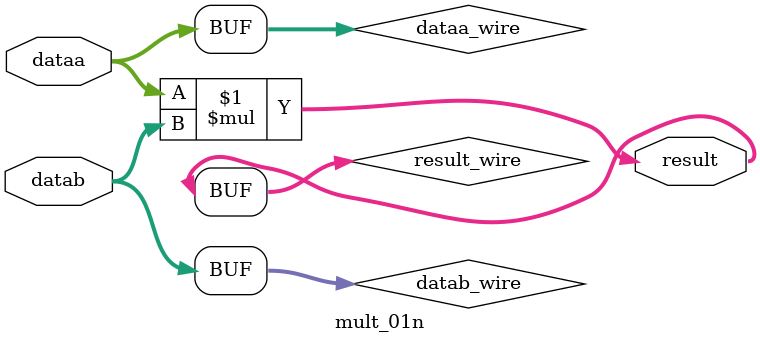
<source format=v>






//synthesis_resources = 
//synopsys translate_off
`timescale 1 ps / 1 ps
//synopsys translate_on
module  mult_01n
	( 
	dataa,
	datab,
	result) /* synthesis synthesis_clearbox=1 */;
	input   [11:0]  dataa;
	input   [11:0]  datab;
	output   [23:0]  result;

	wire signed	[11:0]    dataa_wire;
	wire signed	[11:0]    datab_wire;
	wire signed	[23:0]    result_wire;



	assign dataa_wire = dataa;
	assign datab_wire = datab;
	assign result_wire = dataa_wire * datab_wire;
	assign result = ({result_wire[23:0]});

endmodule //mult_01n
//VALID FILE

</source>
